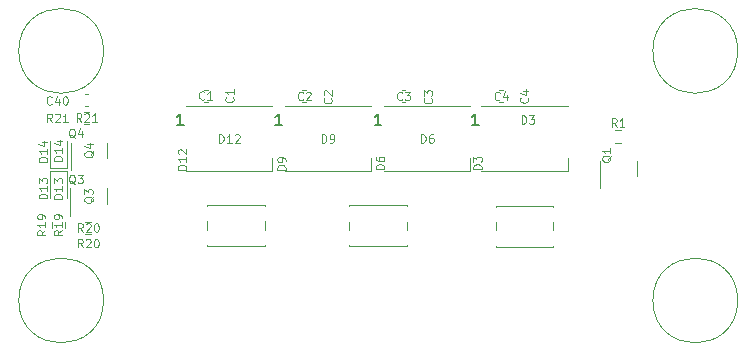
<source format=gbr>
G04 #@! TF.GenerationSoftware,KiCad,Pcbnew,(6.0.1-0)*
G04 #@! TF.CreationDate,2022-02-08T22:38:28+01:00*
G04 #@! TF.ProjectId,U:I WS,553a4920-5753-42e6-9b69-6361645f7063,rev?*
G04 #@! TF.SameCoordinates,Original*
G04 #@! TF.FileFunction,Legend,Top*
G04 #@! TF.FilePolarity,Positive*
%FSLAX46Y46*%
G04 Gerber Fmt 4.6, Leading zero omitted, Abs format (unit mm)*
G04 Created by KiCad (PCBNEW (6.0.1-0)) date 2022-02-08 22:38:28*
%MOMM*%
%LPD*%
G01*
G04 APERTURE LIST*
%ADD10C,0.100000*%
%ADD11C,0.150000*%
%ADD12C,0.120000*%
G04 APERTURE END LIST*
D10*
X56354166Y-69350000D02*
X55654166Y-69350000D01*
X55654166Y-69183333D01*
X55687500Y-69083333D01*
X55754166Y-69016666D01*
X55820833Y-68983333D01*
X55954166Y-68950000D01*
X56054166Y-68950000D01*
X56187500Y-68983333D01*
X56254166Y-69016666D01*
X56320833Y-69083333D01*
X56354166Y-69183333D01*
X56354166Y-69350000D01*
X56354166Y-68283333D02*
X56354166Y-68683333D01*
X56354166Y-68483333D02*
X55654166Y-68483333D01*
X55754166Y-68550000D01*
X55820833Y-68616666D01*
X55854166Y-68683333D01*
X55720833Y-68016666D02*
X55687500Y-67983333D01*
X55654166Y-67916666D01*
X55654166Y-67750000D01*
X55687500Y-67683333D01*
X55720833Y-67650000D01*
X55787500Y-67616666D01*
X55854166Y-67616666D01*
X55954166Y-67650000D01*
X56354166Y-68050000D01*
X56354166Y-67616666D01*
X59137500Y-67066666D02*
X59137500Y-66366666D01*
X59304166Y-66366666D01*
X59404166Y-66400000D01*
X59470833Y-66466666D01*
X59504166Y-66533333D01*
X59537500Y-66666666D01*
X59537500Y-66766666D01*
X59504166Y-66900000D01*
X59470833Y-66966666D01*
X59404166Y-67033333D01*
X59304166Y-67066666D01*
X59137500Y-67066666D01*
X60204166Y-67066666D02*
X59804166Y-67066666D01*
X60004166Y-67066666D02*
X60004166Y-66366666D01*
X59937500Y-66466666D01*
X59870833Y-66533333D01*
X59804166Y-66566666D01*
X60470833Y-66433333D02*
X60504166Y-66400000D01*
X60570833Y-66366666D01*
X60737500Y-66366666D01*
X60804166Y-66400000D01*
X60837500Y-66433333D01*
X60870833Y-66500000D01*
X60870833Y-66566666D01*
X60837500Y-66666666D01*
X60437500Y-67066666D01*
X60870833Y-67066666D01*
D11*
X56123214Y-65602380D02*
X55551785Y-65602380D01*
X55837500Y-65602380D02*
X55837500Y-64602380D01*
X55742261Y-64745238D01*
X55647023Y-64840476D01*
X55551785Y-64888095D01*
D10*
X64754166Y-69366666D02*
X64054166Y-69366666D01*
X64054166Y-69200000D01*
X64087500Y-69100000D01*
X64154166Y-69033333D01*
X64220833Y-69000000D01*
X64354166Y-68966666D01*
X64454166Y-68966666D01*
X64587500Y-69000000D01*
X64654166Y-69033333D01*
X64720833Y-69100000D01*
X64754166Y-69200000D01*
X64754166Y-69366666D01*
X64754166Y-68633333D02*
X64754166Y-68500000D01*
X64720833Y-68433333D01*
X64687500Y-68400000D01*
X64587500Y-68333333D01*
X64454166Y-68300000D01*
X64187500Y-68300000D01*
X64120833Y-68333333D01*
X64087500Y-68366666D01*
X64054166Y-68433333D01*
X64054166Y-68566666D01*
X64087500Y-68633333D01*
X64120833Y-68666666D01*
X64187500Y-68700000D01*
X64354166Y-68700000D01*
X64420833Y-68666666D01*
X64454166Y-68633333D01*
X64487500Y-68566666D01*
X64487500Y-68433333D01*
X64454166Y-68366666D01*
X64420833Y-68333333D01*
X64354166Y-68300000D01*
D11*
X64473214Y-65602380D02*
X63901785Y-65602380D01*
X64187500Y-65602380D02*
X64187500Y-64602380D01*
X64092261Y-64745238D01*
X63997023Y-64840476D01*
X63901785Y-64888095D01*
D10*
X67820833Y-67066666D02*
X67820833Y-66366666D01*
X67987500Y-66366666D01*
X68087500Y-66400000D01*
X68154166Y-66466666D01*
X68187500Y-66533333D01*
X68220833Y-66666666D01*
X68220833Y-66766666D01*
X68187500Y-66900000D01*
X68154166Y-66966666D01*
X68087500Y-67033333D01*
X67987500Y-67066666D01*
X67820833Y-67066666D01*
X68554166Y-67066666D02*
X68687500Y-67066666D01*
X68754166Y-67033333D01*
X68787500Y-67000000D01*
X68854166Y-66900000D01*
X68887500Y-66766666D01*
X68887500Y-66500000D01*
X68854166Y-66433333D01*
X68820833Y-66400000D01*
X68754166Y-66366666D01*
X68620833Y-66366666D01*
X68554166Y-66400000D01*
X68520833Y-66433333D01*
X68487500Y-66500000D01*
X68487500Y-66666666D01*
X68520833Y-66733333D01*
X68554166Y-66766666D01*
X68620833Y-66800000D01*
X68754166Y-66800000D01*
X68820833Y-66766666D01*
X68854166Y-66733333D01*
X68887500Y-66666666D01*
X73104166Y-69316666D02*
X72404166Y-69316666D01*
X72404166Y-69150000D01*
X72437500Y-69050000D01*
X72504166Y-68983333D01*
X72570833Y-68950000D01*
X72704166Y-68916666D01*
X72804166Y-68916666D01*
X72937500Y-68950000D01*
X73004166Y-68983333D01*
X73070833Y-69050000D01*
X73104166Y-69150000D01*
X73104166Y-69316666D01*
X72404166Y-68316666D02*
X72404166Y-68450000D01*
X72437500Y-68516666D01*
X72470833Y-68550000D01*
X72570833Y-68616666D01*
X72704166Y-68650000D01*
X72970833Y-68650000D01*
X73037500Y-68616666D01*
X73070833Y-68583333D01*
X73104166Y-68516666D01*
X73104166Y-68383333D01*
X73070833Y-68316666D01*
X73037500Y-68283333D01*
X72970833Y-68250000D01*
X72804166Y-68250000D01*
X72737500Y-68283333D01*
X72704166Y-68316666D01*
X72670833Y-68383333D01*
X72670833Y-68516666D01*
X72704166Y-68583333D01*
X72737500Y-68616666D01*
X72804166Y-68650000D01*
X76220833Y-67066666D02*
X76220833Y-66366666D01*
X76387500Y-66366666D01*
X76487500Y-66400000D01*
X76554166Y-66466666D01*
X76587500Y-66533333D01*
X76620833Y-66666666D01*
X76620833Y-66766666D01*
X76587500Y-66900000D01*
X76554166Y-66966666D01*
X76487500Y-67033333D01*
X76387500Y-67066666D01*
X76220833Y-67066666D01*
X77220833Y-66366666D02*
X77087500Y-66366666D01*
X77020833Y-66400000D01*
X76987500Y-66433333D01*
X76920833Y-66533333D01*
X76887500Y-66666666D01*
X76887500Y-66933333D01*
X76920833Y-67000000D01*
X76954166Y-67033333D01*
X77020833Y-67066666D01*
X77154166Y-67066666D01*
X77220833Y-67033333D01*
X77254166Y-67000000D01*
X77287500Y-66933333D01*
X77287500Y-66766666D01*
X77254166Y-66700000D01*
X77220833Y-66666666D01*
X77154166Y-66633333D01*
X77020833Y-66633333D01*
X76954166Y-66666666D01*
X76920833Y-66700000D01*
X76887500Y-66766666D01*
D11*
X72873214Y-65602380D02*
X72301785Y-65602380D01*
X72587500Y-65602380D02*
X72587500Y-64602380D01*
X72492261Y-64745238D01*
X72397023Y-64840476D01*
X72301785Y-64888095D01*
D10*
X81354166Y-69316666D02*
X80654166Y-69316666D01*
X80654166Y-69150000D01*
X80687500Y-69050000D01*
X80754166Y-68983333D01*
X80820833Y-68950000D01*
X80954166Y-68916666D01*
X81054166Y-68916666D01*
X81187500Y-68950000D01*
X81254166Y-68983333D01*
X81320833Y-69050000D01*
X81354166Y-69150000D01*
X81354166Y-69316666D01*
X80654166Y-68683333D02*
X80654166Y-68250000D01*
X80920833Y-68483333D01*
X80920833Y-68383333D01*
X80954166Y-68316666D01*
X80987500Y-68283333D01*
X81054166Y-68250000D01*
X81220833Y-68250000D01*
X81287500Y-68283333D01*
X81320833Y-68316666D01*
X81354166Y-68383333D01*
X81354166Y-68583333D01*
X81320833Y-68650000D01*
X81287500Y-68683333D01*
D11*
X81123214Y-65602380D02*
X80551785Y-65602380D01*
X80837500Y-65602380D02*
X80837500Y-64602380D01*
X80742261Y-64745238D01*
X80647023Y-64840476D01*
X80551785Y-64888095D01*
D10*
X84736433Y-65466666D02*
X84736433Y-64766666D01*
X84903100Y-64766666D01*
X85003100Y-64800000D01*
X85069766Y-64866666D01*
X85103100Y-64933333D01*
X85136433Y-65066666D01*
X85136433Y-65166666D01*
X85103100Y-65300000D01*
X85069766Y-65366666D01*
X85003100Y-65433333D01*
X84903100Y-65466666D01*
X84736433Y-65466666D01*
X85369766Y-64766666D02*
X85803100Y-64766666D01*
X85569766Y-65033333D01*
X85669766Y-65033333D01*
X85736433Y-65066666D01*
X85769766Y-65100000D01*
X85803100Y-65166666D01*
X85803100Y-65333333D01*
X85769766Y-65400000D01*
X85736433Y-65433333D01*
X85669766Y-65466666D01*
X85469766Y-65466666D01*
X85403100Y-65433333D01*
X85369766Y-65400000D01*
X60287500Y-63216666D02*
X60320833Y-63250000D01*
X60354166Y-63350000D01*
X60354166Y-63416666D01*
X60320833Y-63516666D01*
X60254166Y-63583333D01*
X60187500Y-63616666D01*
X60054166Y-63650000D01*
X59954166Y-63650000D01*
X59820833Y-63616666D01*
X59754166Y-63583333D01*
X59687500Y-63516666D01*
X59654166Y-63416666D01*
X59654166Y-63350000D01*
X59687500Y-63250000D01*
X59720833Y-63216666D01*
X60354166Y-62550000D02*
X60354166Y-62950000D01*
X60354166Y-62750000D02*
X59654166Y-62750000D01*
X59754166Y-62816666D01*
X59820833Y-62883333D01*
X59854166Y-62950000D01*
X57870833Y-63350000D02*
X57837500Y-63383333D01*
X57737500Y-63416666D01*
X57670833Y-63416666D01*
X57570833Y-63383333D01*
X57504166Y-63316666D01*
X57470833Y-63250000D01*
X57437500Y-63116666D01*
X57437500Y-63016666D01*
X57470833Y-62883333D01*
X57504166Y-62816666D01*
X57570833Y-62750000D01*
X57670833Y-62716666D01*
X57737500Y-62716666D01*
X57837500Y-62750000D01*
X57870833Y-62783333D01*
X58537500Y-63416666D02*
X58137500Y-63416666D01*
X58337500Y-63416666D02*
X58337500Y-62716666D01*
X58270833Y-62816666D01*
X58204166Y-62883333D01*
X58137500Y-62916666D01*
X68612500Y-63316666D02*
X68645833Y-63350000D01*
X68679166Y-63450000D01*
X68679166Y-63516666D01*
X68645833Y-63616666D01*
X68579166Y-63683333D01*
X68512500Y-63716666D01*
X68379166Y-63750000D01*
X68279166Y-63750000D01*
X68145833Y-63716666D01*
X68079166Y-63683333D01*
X68012500Y-63616666D01*
X67979166Y-63516666D01*
X67979166Y-63450000D01*
X68012500Y-63350000D01*
X68045833Y-63316666D01*
X68045833Y-63050000D02*
X68012500Y-63016666D01*
X67979166Y-62950000D01*
X67979166Y-62783333D01*
X68012500Y-62716666D01*
X68045833Y-62683333D01*
X68112500Y-62650000D01*
X68179166Y-62650000D01*
X68279166Y-62683333D01*
X68679166Y-63083333D01*
X68679166Y-62650000D01*
X66233333Y-63400000D02*
X66200000Y-63433333D01*
X66100000Y-63466666D01*
X66033333Y-63466666D01*
X65933333Y-63433333D01*
X65866666Y-63366666D01*
X65833333Y-63300000D01*
X65800000Y-63166666D01*
X65800000Y-63066666D01*
X65833333Y-62933333D01*
X65866666Y-62866666D01*
X65933333Y-62800000D01*
X66033333Y-62766666D01*
X66100000Y-62766666D01*
X66200000Y-62800000D01*
X66233333Y-62833333D01*
X66500000Y-62833333D02*
X66533333Y-62800000D01*
X66600000Y-62766666D01*
X66766666Y-62766666D01*
X66833333Y-62800000D01*
X66866666Y-62833333D01*
X66900000Y-62900000D01*
X66900000Y-62966666D01*
X66866666Y-63066666D01*
X66466666Y-63466666D01*
X66900000Y-63466666D01*
X77087500Y-63316666D02*
X77120833Y-63350000D01*
X77154166Y-63450000D01*
X77154166Y-63516666D01*
X77120833Y-63616666D01*
X77054166Y-63683333D01*
X76987500Y-63716666D01*
X76854166Y-63750000D01*
X76754166Y-63750000D01*
X76620833Y-63716666D01*
X76554166Y-63683333D01*
X76487500Y-63616666D01*
X76454166Y-63516666D01*
X76454166Y-63450000D01*
X76487500Y-63350000D01*
X76520833Y-63316666D01*
X76454166Y-63083333D02*
X76454166Y-62650000D01*
X76720833Y-62883333D01*
X76720833Y-62783333D01*
X76754166Y-62716666D01*
X76787500Y-62683333D01*
X76854166Y-62650000D01*
X77020833Y-62650000D01*
X77087500Y-62683333D01*
X77120833Y-62716666D01*
X77154166Y-62783333D01*
X77154166Y-62983333D01*
X77120833Y-63050000D01*
X77087500Y-63083333D01*
X74633333Y-63400000D02*
X74600000Y-63433333D01*
X74500000Y-63466666D01*
X74433333Y-63466666D01*
X74333333Y-63433333D01*
X74266666Y-63366666D01*
X74233333Y-63300000D01*
X74200000Y-63166666D01*
X74200000Y-63066666D01*
X74233333Y-62933333D01*
X74266666Y-62866666D01*
X74333333Y-62800000D01*
X74433333Y-62766666D01*
X74500000Y-62766666D01*
X74600000Y-62800000D01*
X74633333Y-62833333D01*
X74866666Y-62766666D02*
X75300000Y-62766666D01*
X75066666Y-63033333D01*
X75166666Y-63033333D01*
X75233333Y-63066666D01*
X75266666Y-63100000D01*
X75300000Y-63166666D01*
X75300000Y-63333333D01*
X75266666Y-63400000D01*
X75233333Y-63433333D01*
X75166666Y-63466666D01*
X74966666Y-63466666D01*
X74900000Y-63433333D01*
X74866666Y-63400000D01*
X85250000Y-63266666D02*
X85283333Y-63300000D01*
X85316666Y-63400000D01*
X85316666Y-63466666D01*
X85283333Y-63566666D01*
X85216666Y-63633333D01*
X85150000Y-63666666D01*
X85016666Y-63700000D01*
X84916666Y-63700000D01*
X84783333Y-63666666D01*
X84716666Y-63633333D01*
X84650000Y-63566666D01*
X84616666Y-63466666D01*
X84616666Y-63400000D01*
X84650000Y-63300000D01*
X84683333Y-63266666D01*
X84850000Y-62666666D02*
X85316666Y-62666666D01*
X84583333Y-62833333D02*
X85083333Y-63000000D01*
X85083333Y-62566666D01*
X82883333Y-63400000D02*
X82850000Y-63433333D01*
X82750000Y-63466666D01*
X82683333Y-63466666D01*
X82583333Y-63433333D01*
X82516666Y-63366666D01*
X82483333Y-63300000D01*
X82450000Y-63166666D01*
X82450000Y-63066666D01*
X82483333Y-62933333D01*
X82516666Y-62866666D01*
X82583333Y-62800000D01*
X82683333Y-62766666D01*
X82750000Y-62766666D01*
X82850000Y-62800000D01*
X82883333Y-62833333D01*
X83483333Y-63000000D02*
X83483333Y-63466666D01*
X83316666Y-62733333D02*
X83150000Y-63233333D01*
X83583333Y-63233333D01*
X44563466Y-71793500D02*
X43863466Y-71793500D01*
X43863466Y-71626833D01*
X43896800Y-71526833D01*
X43963466Y-71460166D01*
X44030133Y-71426833D01*
X44163466Y-71393500D01*
X44263466Y-71393500D01*
X44396800Y-71426833D01*
X44463466Y-71460166D01*
X44530133Y-71526833D01*
X44563466Y-71626833D01*
X44563466Y-71793500D01*
X44563466Y-70726833D02*
X44563466Y-71126833D01*
X44563466Y-70926833D02*
X43863466Y-70926833D01*
X43963466Y-70993500D01*
X44030133Y-71060166D01*
X44063466Y-71126833D01*
X43863466Y-70493500D02*
X43863466Y-70060166D01*
X44130133Y-70293500D01*
X44130133Y-70193500D01*
X44163466Y-70126833D01*
X44196800Y-70093500D01*
X44263466Y-70060166D01*
X44430133Y-70060166D01*
X44496800Y-70093500D01*
X44530133Y-70126833D01*
X44563466Y-70193500D01*
X44563466Y-70393500D01*
X44530133Y-70460166D01*
X44496800Y-70493500D01*
X45858866Y-71819000D02*
X45158866Y-71819000D01*
X45158866Y-71652333D01*
X45192200Y-71552333D01*
X45258866Y-71485666D01*
X45325533Y-71452333D01*
X45458866Y-71419000D01*
X45558866Y-71419000D01*
X45692200Y-71452333D01*
X45758866Y-71485666D01*
X45825533Y-71552333D01*
X45858866Y-71652333D01*
X45858866Y-71819000D01*
X45858866Y-70752333D02*
X45858866Y-71152333D01*
X45858866Y-70952333D02*
X45158866Y-70952333D01*
X45258866Y-71019000D01*
X45325533Y-71085666D01*
X45358866Y-71152333D01*
X45158866Y-70519000D02*
X45158866Y-70085666D01*
X45425533Y-70319000D01*
X45425533Y-70219000D01*
X45458866Y-70152333D01*
X45492200Y-70119000D01*
X45558866Y-70085666D01*
X45725533Y-70085666D01*
X45792200Y-70119000D01*
X45825533Y-70152333D01*
X45858866Y-70219000D01*
X45858866Y-70419000D01*
X45825533Y-70485666D01*
X45792200Y-70519000D01*
X44563466Y-68669100D02*
X43863466Y-68669100D01*
X43863466Y-68502433D01*
X43896800Y-68402433D01*
X43963466Y-68335766D01*
X44030133Y-68302433D01*
X44163466Y-68269100D01*
X44263466Y-68269100D01*
X44396800Y-68302433D01*
X44463466Y-68335766D01*
X44530133Y-68402433D01*
X44563466Y-68502433D01*
X44563466Y-68669100D01*
X44563466Y-67602433D02*
X44563466Y-68002433D01*
X44563466Y-67802433D02*
X43863466Y-67802433D01*
X43963466Y-67869100D01*
X44030133Y-67935766D01*
X44063466Y-68002433D01*
X44096800Y-67002433D02*
X44563466Y-67002433D01*
X43830133Y-67169100D02*
X44330133Y-67335766D01*
X44330133Y-66902433D01*
X45858866Y-68593000D02*
X45158866Y-68593000D01*
X45158866Y-68426333D01*
X45192200Y-68326333D01*
X45258866Y-68259666D01*
X45325533Y-68226333D01*
X45458866Y-68193000D01*
X45558866Y-68193000D01*
X45692200Y-68226333D01*
X45758866Y-68259666D01*
X45825533Y-68326333D01*
X45858866Y-68426333D01*
X45858866Y-68593000D01*
X45858866Y-67526333D02*
X45858866Y-67926333D01*
X45858866Y-67726333D02*
X45158866Y-67726333D01*
X45258866Y-67793000D01*
X45325533Y-67859666D01*
X45358866Y-67926333D01*
X45392200Y-66926333D02*
X45858866Y-66926333D01*
X45125533Y-67093000D02*
X45625533Y-67259666D01*
X45625533Y-66826333D01*
X92783333Y-65716666D02*
X92550000Y-65383333D01*
X92383333Y-65716666D02*
X92383333Y-65016666D01*
X92650000Y-65016666D01*
X92716666Y-65050000D01*
X92750000Y-65083333D01*
X92783333Y-65150000D01*
X92783333Y-65250000D01*
X92750000Y-65316666D01*
X92716666Y-65350000D01*
X92650000Y-65383333D01*
X92383333Y-65383333D01*
X93450000Y-65716666D02*
X93050000Y-65716666D01*
X93250000Y-65716666D02*
X93250000Y-65016666D01*
X93183333Y-65116666D01*
X93116666Y-65183333D01*
X93050000Y-65216666D01*
X46948733Y-66651933D02*
X46882066Y-66618600D01*
X46815400Y-66551933D01*
X46715400Y-66451933D01*
X46648733Y-66418600D01*
X46582066Y-66418600D01*
X46615400Y-66585266D02*
X46548733Y-66551933D01*
X46482066Y-66485266D01*
X46448733Y-66351933D01*
X46448733Y-66118600D01*
X46482066Y-65985266D01*
X46548733Y-65918600D01*
X46615400Y-65885266D01*
X46748733Y-65885266D01*
X46815400Y-65918600D01*
X46882066Y-65985266D01*
X46915400Y-66118600D01*
X46915400Y-66351933D01*
X46882066Y-66485266D01*
X46815400Y-66551933D01*
X46748733Y-66585266D01*
X46615400Y-66585266D01*
X47515400Y-66118600D02*
X47515400Y-66585266D01*
X47348733Y-65851933D02*
X47182066Y-66351933D01*
X47615400Y-66351933D01*
X48495733Y-67779966D02*
X48462400Y-67846633D01*
X48395733Y-67913300D01*
X48295733Y-68013300D01*
X48262400Y-68079966D01*
X48262400Y-68146633D01*
X48429066Y-68113300D02*
X48395733Y-68179966D01*
X48329066Y-68246633D01*
X48195733Y-68279966D01*
X47962400Y-68279966D01*
X47829066Y-68246633D01*
X47762400Y-68179966D01*
X47729066Y-68113300D01*
X47729066Y-67979966D01*
X47762400Y-67913300D01*
X47829066Y-67846633D01*
X47962400Y-67813300D01*
X48195733Y-67813300D01*
X48329066Y-67846633D01*
X48395733Y-67913300D01*
X48429066Y-67979966D01*
X48429066Y-68113300D01*
X47962400Y-67213300D02*
X48429066Y-67213300D01*
X47695733Y-67379966D02*
X48195733Y-67546633D01*
X48195733Y-67113300D01*
X46948733Y-70563533D02*
X46882066Y-70530200D01*
X46815400Y-70463533D01*
X46715400Y-70363533D01*
X46648733Y-70330200D01*
X46582066Y-70330200D01*
X46615400Y-70496866D02*
X46548733Y-70463533D01*
X46482066Y-70396866D01*
X46448733Y-70263533D01*
X46448733Y-70030200D01*
X46482066Y-69896866D01*
X46548733Y-69830200D01*
X46615400Y-69796866D01*
X46748733Y-69796866D01*
X46815400Y-69830200D01*
X46882066Y-69896866D01*
X46915400Y-70030200D01*
X46915400Y-70263533D01*
X46882066Y-70396866D01*
X46815400Y-70463533D01*
X46748733Y-70496866D01*
X46615400Y-70496866D01*
X47148733Y-69796866D02*
X47582066Y-69796866D01*
X47348733Y-70063533D01*
X47448733Y-70063533D01*
X47515400Y-70096866D01*
X47548733Y-70130200D01*
X47582066Y-70196866D01*
X47582066Y-70363533D01*
X47548733Y-70430200D01*
X47515400Y-70463533D01*
X47448733Y-70496866D01*
X47248733Y-70496866D01*
X47182066Y-70463533D01*
X47148733Y-70430200D01*
X48490933Y-71642866D02*
X48457600Y-71709533D01*
X48390933Y-71776200D01*
X48290933Y-71876200D01*
X48257600Y-71942866D01*
X48257600Y-72009533D01*
X48424266Y-71976200D02*
X48390933Y-72042866D01*
X48324266Y-72109533D01*
X48190933Y-72142866D01*
X47957600Y-72142866D01*
X47824266Y-72109533D01*
X47757600Y-72042866D01*
X47724266Y-71976200D01*
X47724266Y-71842866D01*
X47757600Y-71776200D01*
X47824266Y-71709533D01*
X47957600Y-71676200D01*
X48190933Y-71676200D01*
X48324266Y-71709533D01*
X48390933Y-71776200D01*
X48424266Y-71842866D01*
X48424266Y-71976200D01*
X47724266Y-71442866D02*
X47724266Y-71009533D01*
X47990933Y-71242866D01*
X47990933Y-71142866D01*
X48024266Y-71076200D01*
X48057600Y-71042866D01*
X48124266Y-71009533D01*
X48290933Y-71009533D01*
X48357600Y-71042866D01*
X48390933Y-71076200D01*
X48424266Y-71142866D01*
X48424266Y-71342866D01*
X48390933Y-71409533D01*
X48357600Y-71442866D01*
X47593600Y-75933766D02*
X47360266Y-75600433D01*
X47193600Y-75933766D02*
X47193600Y-75233766D01*
X47460266Y-75233766D01*
X47526933Y-75267100D01*
X47560266Y-75300433D01*
X47593600Y-75367100D01*
X47593600Y-75467100D01*
X47560266Y-75533766D01*
X47526933Y-75567100D01*
X47460266Y-75600433D01*
X47193600Y-75600433D01*
X47860266Y-75300433D02*
X47893600Y-75267100D01*
X47960266Y-75233766D01*
X48126933Y-75233766D01*
X48193600Y-75267100D01*
X48226933Y-75300433D01*
X48260266Y-75367100D01*
X48260266Y-75433766D01*
X48226933Y-75533766D01*
X47826933Y-75933766D01*
X48260266Y-75933766D01*
X48693600Y-75233766D02*
X48760266Y-75233766D01*
X48826933Y-75267100D01*
X48860266Y-75300433D01*
X48893600Y-75367100D01*
X48926933Y-75500433D01*
X48926933Y-75667100D01*
X48893600Y-75800433D01*
X48860266Y-75867100D01*
X48826933Y-75900433D01*
X48760266Y-75933766D01*
X48693600Y-75933766D01*
X48626933Y-75900433D01*
X48593600Y-75867100D01*
X48560266Y-75800433D01*
X48526933Y-75667100D01*
X48526933Y-75500433D01*
X48560266Y-75367100D01*
X48593600Y-75300433D01*
X48626933Y-75267100D01*
X48693600Y-75233766D01*
X47606800Y-74612966D02*
X47373466Y-74279633D01*
X47206800Y-74612966D02*
X47206800Y-73912966D01*
X47473466Y-73912966D01*
X47540133Y-73946300D01*
X47573466Y-73979633D01*
X47606800Y-74046300D01*
X47606800Y-74146300D01*
X47573466Y-74212966D01*
X47540133Y-74246300D01*
X47473466Y-74279633D01*
X47206800Y-74279633D01*
X47873466Y-73979633D02*
X47906800Y-73946300D01*
X47973466Y-73912966D01*
X48140133Y-73912966D01*
X48206800Y-73946300D01*
X48240133Y-73979633D01*
X48273466Y-74046300D01*
X48273466Y-74112966D01*
X48240133Y-74212966D01*
X47840133Y-74612966D01*
X48273466Y-74612966D01*
X48706800Y-73912966D02*
X48773466Y-73912966D01*
X48840133Y-73946300D01*
X48873466Y-73979633D01*
X48906800Y-74046300D01*
X48940133Y-74179633D01*
X48940133Y-74346300D01*
X48906800Y-74479633D01*
X48873466Y-74546300D01*
X48840133Y-74579633D01*
X48773466Y-74612966D01*
X48706800Y-74612966D01*
X48640133Y-74579633D01*
X48606800Y-74546300D01*
X48573466Y-74479633D01*
X48540133Y-74346300D01*
X48540133Y-74179633D01*
X48573466Y-74046300D01*
X48606800Y-73979633D01*
X48640133Y-73946300D01*
X48706800Y-73912966D01*
X44965200Y-63775400D02*
X44931866Y-63808733D01*
X44831866Y-63842066D01*
X44765200Y-63842066D01*
X44665200Y-63808733D01*
X44598533Y-63742066D01*
X44565200Y-63675400D01*
X44531866Y-63542066D01*
X44531866Y-63442066D01*
X44565200Y-63308733D01*
X44598533Y-63242066D01*
X44665200Y-63175400D01*
X44765200Y-63142066D01*
X44831866Y-63142066D01*
X44931866Y-63175400D01*
X44965200Y-63208733D01*
X45565200Y-63375400D02*
X45565200Y-63842066D01*
X45398533Y-63108733D02*
X45231866Y-63608733D01*
X45665200Y-63608733D01*
X46065200Y-63142066D02*
X46131866Y-63142066D01*
X46198533Y-63175400D01*
X46231866Y-63208733D01*
X46265200Y-63275400D01*
X46298533Y-63408733D01*
X46298533Y-63575400D01*
X46265200Y-63708733D01*
X46231866Y-63775400D01*
X46198533Y-63808733D01*
X46131866Y-63842066D01*
X46065200Y-63842066D01*
X45998533Y-63808733D01*
X45965200Y-63775400D01*
X45931866Y-63708733D01*
X45898533Y-63575400D01*
X45898533Y-63408733D01*
X45931866Y-63275400D01*
X45965200Y-63208733D01*
X45998533Y-63175400D01*
X46065200Y-63142066D01*
X44428866Y-74479100D02*
X44095533Y-74712433D01*
X44428866Y-74879100D02*
X43728866Y-74879100D01*
X43728866Y-74612433D01*
X43762200Y-74545766D01*
X43795533Y-74512433D01*
X43862200Y-74479100D01*
X43962200Y-74479100D01*
X44028866Y-74512433D01*
X44062200Y-74545766D01*
X44095533Y-74612433D01*
X44095533Y-74879100D01*
X44428866Y-73812433D02*
X44428866Y-74212433D01*
X44428866Y-74012433D02*
X43728866Y-74012433D01*
X43828866Y-74079100D01*
X43895533Y-74145766D01*
X43928866Y-74212433D01*
X44428866Y-73479100D02*
X44428866Y-73345766D01*
X44395533Y-73279100D01*
X44362200Y-73245766D01*
X44262200Y-73179100D01*
X44128866Y-73145766D01*
X43862200Y-73145766D01*
X43795533Y-73179100D01*
X43762200Y-73212433D01*
X43728866Y-73279100D01*
X43728866Y-73412433D01*
X43762200Y-73479100D01*
X43795533Y-73512433D01*
X43862200Y-73545766D01*
X44028866Y-73545766D01*
X44095533Y-73512433D01*
X44128866Y-73479100D01*
X44162200Y-73412433D01*
X44162200Y-73279100D01*
X44128866Y-73212433D01*
X44095533Y-73179100D01*
X44028866Y-73145766D01*
X45858866Y-74479100D02*
X45525533Y-74712433D01*
X45858866Y-74879100D02*
X45158866Y-74879100D01*
X45158866Y-74612433D01*
X45192200Y-74545766D01*
X45225533Y-74512433D01*
X45292200Y-74479100D01*
X45392200Y-74479100D01*
X45458866Y-74512433D01*
X45492200Y-74545766D01*
X45525533Y-74612433D01*
X45525533Y-74879100D01*
X45858866Y-73812433D02*
X45858866Y-74212433D01*
X45858866Y-74012433D02*
X45158866Y-74012433D01*
X45258866Y-74079100D01*
X45325533Y-74145766D01*
X45358866Y-74212433D01*
X45858866Y-73479100D02*
X45858866Y-73345766D01*
X45825533Y-73279100D01*
X45792200Y-73245766D01*
X45692200Y-73179100D01*
X45558866Y-73145766D01*
X45292200Y-73145766D01*
X45225533Y-73179100D01*
X45192200Y-73212433D01*
X45158866Y-73279100D01*
X45158866Y-73412433D01*
X45192200Y-73479100D01*
X45225533Y-73512433D01*
X45292200Y-73545766D01*
X45458866Y-73545766D01*
X45525533Y-73512433D01*
X45558866Y-73479100D01*
X45592200Y-73412433D01*
X45592200Y-73279100D01*
X45558866Y-73212433D01*
X45525533Y-73179100D01*
X45458866Y-73145766D01*
X92333333Y-68166666D02*
X92300000Y-68233333D01*
X92233333Y-68300000D01*
X92133333Y-68400000D01*
X92100000Y-68466666D01*
X92100000Y-68533333D01*
X92266666Y-68500000D02*
X92233333Y-68566666D01*
X92166666Y-68633333D01*
X92033333Y-68666666D01*
X91800000Y-68666666D01*
X91666666Y-68633333D01*
X91600000Y-68566666D01*
X91566666Y-68500000D01*
X91566666Y-68366666D01*
X91600000Y-68300000D01*
X91666666Y-68233333D01*
X91800000Y-68200000D01*
X92033333Y-68200000D01*
X92166666Y-68233333D01*
X92233333Y-68300000D01*
X92266666Y-68366666D01*
X92266666Y-68500000D01*
X92266666Y-67533333D02*
X92266666Y-67933333D01*
X92266666Y-67733333D02*
X91566666Y-67733333D01*
X91666666Y-67800000D01*
X91733333Y-67866666D01*
X91766666Y-67933333D01*
X44990600Y-65315266D02*
X44757266Y-64981933D01*
X44590600Y-65315266D02*
X44590600Y-64615266D01*
X44857266Y-64615266D01*
X44923933Y-64648600D01*
X44957266Y-64681933D01*
X44990600Y-64748600D01*
X44990600Y-64848600D01*
X44957266Y-64915266D01*
X44923933Y-64948600D01*
X44857266Y-64981933D01*
X44590600Y-64981933D01*
X45257266Y-64681933D02*
X45290600Y-64648600D01*
X45357266Y-64615266D01*
X45523933Y-64615266D01*
X45590600Y-64648600D01*
X45623933Y-64681933D01*
X45657266Y-64748600D01*
X45657266Y-64815266D01*
X45623933Y-64915266D01*
X45223933Y-65315266D01*
X45657266Y-65315266D01*
X46323933Y-65315266D02*
X45923933Y-65315266D01*
X46123933Y-65315266D02*
X46123933Y-64615266D01*
X46057266Y-64715266D01*
X45990600Y-64781933D01*
X45923933Y-64815266D01*
X47467600Y-65291166D02*
X47234266Y-64957833D01*
X47067600Y-65291166D02*
X47067600Y-64591166D01*
X47334266Y-64591166D01*
X47400933Y-64624500D01*
X47434266Y-64657833D01*
X47467600Y-64724500D01*
X47467600Y-64824500D01*
X47434266Y-64891166D01*
X47400933Y-64924500D01*
X47334266Y-64957833D01*
X47067600Y-64957833D01*
X47734266Y-64657833D02*
X47767600Y-64624500D01*
X47834266Y-64591166D01*
X48000933Y-64591166D01*
X48067600Y-64624500D01*
X48100933Y-64657833D01*
X48134266Y-64724500D01*
X48134266Y-64791166D01*
X48100933Y-64891166D01*
X47700933Y-65291166D01*
X48134266Y-65291166D01*
X48800933Y-65291166D02*
X48400933Y-65291166D01*
X48600933Y-65291166D02*
X48600933Y-64591166D01*
X48534266Y-64691166D01*
X48467600Y-64757833D01*
X48400933Y-64791166D01*
D12*
X56337500Y-69500000D02*
X63637500Y-69500000D01*
X63637500Y-69500000D02*
X63637500Y-68350000D01*
X56337500Y-64000000D02*
X63637500Y-64000000D01*
X64687500Y-69500000D02*
X71987500Y-69500000D01*
X71987500Y-69500000D02*
X71987500Y-68350000D01*
X64687500Y-64000000D02*
X71987500Y-64000000D01*
X80387500Y-69500000D02*
X80387500Y-68350000D01*
X73087500Y-64000000D02*
X80387500Y-64000000D01*
X73087500Y-69500000D02*
X80387500Y-69500000D01*
X88637500Y-69500000D02*
X88637500Y-68350000D01*
X81337500Y-64000000D02*
X88637500Y-64000000D01*
X81337500Y-69500000D02*
X88637500Y-69500000D01*
X103042102Y-59300000D02*
G75*
G03*
X103042102Y-59300000I-3592102J0D01*
G01*
X103042102Y-80429366D02*
G75*
G03*
X103042102Y-80429366I-3592102J0D01*
G01*
X49351468Y-59300000D02*
G75*
G03*
X49351468Y-59300000I-3592102J0D01*
G01*
X49351468Y-80429366D02*
G75*
G03*
X49351468Y-80429366I-3592102J0D01*
G01*
X58150279Y-63610000D02*
X57824721Y-63610000D01*
X58150279Y-62590000D02*
X57824721Y-62590000D01*
X66512779Y-63660000D02*
X66187221Y-63660000D01*
X66512779Y-62640000D02*
X66187221Y-62640000D01*
X74912779Y-62640000D02*
X74587221Y-62640000D01*
X74912779Y-63660000D02*
X74587221Y-63660000D01*
X83162779Y-62640000D02*
X82837221Y-62640000D01*
X83162779Y-63660000D02*
X82837221Y-63660000D01*
X63045500Y-75838000D02*
X63045500Y-75738000D01*
X58145500Y-72338000D02*
X58145500Y-72438000D01*
X58145500Y-75838000D02*
X63045500Y-75838000D01*
X63045500Y-72338000D02*
X63045500Y-72438000D01*
X63045500Y-72338000D02*
X58145500Y-72338000D01*
X58145500Y-73738000D02*
X58145500Y-74438000D01*
X63045500Y-73738000D02*
X63045500Y-74438000D01*
X58145500Y-75738000D02*
X58145500Y-75838000D01*
X46277200Y-71769000D02*
X46277200Y-69484000D01*
X44807200Y-69484000D02*
X44807200Y-71769000D01*
X46277200Y-69484000D02*
X44807200Y-69484000D01*
X75037500Y-72350000D02*
X70137500Y-72350000D01*
X75037500Y-75850000D02*
X75037500Y-75750000D01*
X70137500Y-75750000D02*
X70137500Y-75850000D01*
X75037500Y-73750000D02*
X75037500Y-74450000D01*
X70137500Y-73750000D02*
X70137500Y-74450000D01*
X70137500Y-75850000D02*
X75037500Y-75850000D01*
X70137500Y-72350000D02*
X70137500Y-72450000D01*
X75037500Y-72350000D02*
X75037500Y-72450000D01*
X46277200Y-69228000D02*
X46277200Y-66943000D01*
X44807200Y-66943000D02*
X44807200Y-69228000D01*
X44807200Y-69228000D02*
X46277200Y-69228000D01*
X93137258Y-67072500D02*
X92662742Y-67072500D01*
X93137258Y-66027500D02*
X92662742Y-66027500D01*
X49672400Y-67713300D02*
X49672400Y-68363300D01*
X49672400Y-67713300D02*
X49672400Y-67063300D01*
X46552400Y-67713300D02*
X46552400Y-67063300D01*
X46552400Y-67713300D02*
X46552400Y-69388300D01*
X49667600Y-71576200D02*
X49667600Y-70926200D01*
X49667600Y-71576200D02*
X49667600Y-72226200D01*
X46547600Y-71576200D02*
X46547600Y-70926200D01*
X46547600Y-71576200D02*
X46547600Y-73251200D01*
X47819542Y-73773800D02*
X48294058Y-73773800D01*
X47819542Y-74818800D02*
X48294058Y-74818800D01*
X48057380Y-63984600D02*
X47776220Y-63984600D01*
X48057380Y-62964600D02*
X47776220Y-62964600D01*
X82537500Y-72400000D02*
X82537500Y-72500000D01*
X87437500Y-72400000D02*
X82537500Y-72400000D01*
X87437500Y-72400000D02*
X87437500Y-72500000D01*
X87437500Y-73800000D02*
X87437500Y-74500000D01*
X82537500Y-75800000D02*
X82537500Y-75900000D01*
X82537500Y-73800000D02*
X82537500Y-74500000D01*
X82537500Y-75900000D02*
X87437500Y-75900000D01*
X87437500Y-75900000D02*
X87437500Y-75800000D01*
X45019700Y-74266358D02*
X45019700Y-73791842D01*
X46064700Y-74266358D02*
X46064700Y-73791842D01*
X91390000Y-69262500D02*
X91390000Y-68612500D01*
X91390000Y-69262500D02*
X91390000Y-70937500D01*
X94510000Y-69262500D02*
X94510000Y-68612500D01*
X94510000Y-69262500D02*
X94510000Y-69912500D01*
X48154858Y-64452000D02*
X47680342Y-64452000D01*
X48154858Y-65497000D02*
X47680342Y-65497000D01*
M02*

</source>
